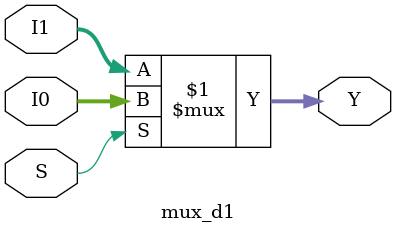
<source format=sv>
`timescale 1ns/1ps

module mux_d1(input S,
		input [7:0] I0, I1,
		output [7:0] Y);

assign Y = S?I0:I1;


endmodule

</source>
